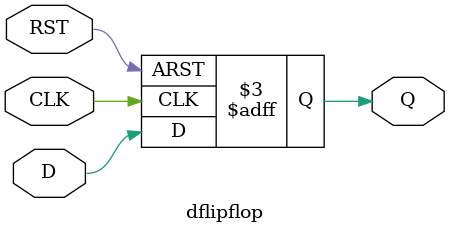
<source format=v>
module dflipflop(Q,D,CLK,RST);
	input D,CLK,RST;
	output Q;
	reg Q;
	always@(posedge CLK or negedge RST)begin
		if(RST==1'b0)Q=0;
		else Q=D;
	end
endmodule

</source>
